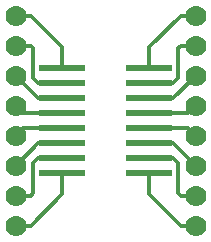
<source format=gbr>
G04 #@! TF.FileFunction,Copper,L1,Top,Signal*
%FSLAX46Y46*%
G04 Gerber Fmt 4.6, Leading zero omitted, Abs format (unit mm)*
G04 Created by KiCad (PCBNEW 4.0.7) date Mon Oct  9 23:37:59 2017*
%MOMM*%
%LPD*%
G01*
G04 APERTURE LIST*
%ADD10C,0.100000*%
%ADD11R,4.000000X0.600000*%
%ADD12C,1.778000*%
%ADD13C,0.304800*%
G04 APERTURE END LIST*
D10*
D11*
X144801100Y-104368600D03*
X144801100Y-105638600D03*
X144801100Y-106908600D03*
X144801100Y-103098600D03*
X152201100Y-104368600D03*
X152201100Y-105638600D03*
X152201100Y-106908600D03*
X152201100Y-103098600D03*
X144801100Y-101828600D03*
X144801100Y-108178600D03*
X152201100Y-108178600D03*
X152201100Y-101828600D03*
X152201100Y-100558600D03*
X152201100Y-109448600D03*
X144801100Y-100558600D03*
X144801100Y-109448600D03*
D12*
X140881100Y-96113600D03*
X140881100Y-98653600D03*
X140881100Y-101193600D03*
X140881100Y-103733600D03*
X140881100Y-106273600D03*
X140881100Y-108813600D03*
X140881100Y-111353600D03*
X140881100Y-113893600D03*
X156121100Y-96113600D03*
X156121100Y-98653600D03*
X156121100Y-101193600D03*
X156121100Y-103733600D03*
X156121100Y-106273600D03*
X156121100Y-108813600D03*
X156121100Y-111353600D03*
X156121100Y-113893600D03*
D13*
X144801100Y-100558600D02*
X144801100Y-98763600D01*
X144801100Y-98763600D02*
X142151100Y-96113600D01*
X142151100Y-96113600D02*
X140881100Y-96113600D01*
X144801100Y-101828600D02*
X142786100Y-101828600D01*
X142786100Y-101828600D02*
X142341600Y-101384100D01*
X142341600Y-101384100D02*
X142341600Y-98844100D01*
X142341600Y-98844100D02*
X142151100Y-98653600D01*
X142151100Y-98653600D02*
X140881100Y-98653600D01*
X144801100Y-103098600D02*
X142786100Y-103098600D01*
X142786100Y-103098600D02*
X140881100Y-101193600D01*
X144801100Y-104368600D02*
X141516100Y-104368600D01*
X141516100Y-104368600D02*
X140881100Y-103733600D01*
X144801100Y-106908600D02*
X142786100Y-106908600D01*
X142786100Y-106908600D02*
X140881100Y-108813600D01*
X144801100Y-108178600D02*
X142786100Y-108178600D01*
X142786100Y-108178600D02*
X142341600Y-108623100D01*
X142341600Y-108623100D02*
X142341600Y-111163100D01*
X142341600Y-111163100D02*
X142151100Y-111353600D01*
X142151100Y-111353600D02*
X140881100Y-111353600D01*
X144801100Y-109448600D02*
X144801100Y-111243600D01*
X144801100Y-111243600D02*
X142151100Y-113893600D01*
X142151100Y-113893600D02*
X140881100Y-113893600D01*
X152201100Y-100558600D02*
X152201100Y-98763600D01*
X152201100Y-98763600D02*
X154851100Y-96113600D01*
X154851100Y-96113600D02*
X156121100Y-96113600D01*
X152201100Y-101828600D02*
X154216100Y-101828600D01*
X154216100Y-101828600D02*
X154660600Y-101384100D01*
X154660600Y-101384100D02*
X154660600Y-98844100D01*
X154660600Y-98844100D02*
X154851100Y-98653600D01*
X154851100Y-98653600D02*
X156121100Y-98653600D01*
X152201100Y-103098600D02*
X154216100Y-103098600D01*
X154216100Y-103098600D02*
X156121100Y-101193600D01*
X152201100Y-104368600D02*
X155486100Y-104368600D01*
X155486100Y-104368600D02*
X156121100Y-103733600D01*
X152201100Y-105638600D02*
X155486100Y-105638600D01*
X155486100Y-105638600D02*
X156121100Y-106273600D01*
X152201100Y-106908600D02*
X154216100Y-106908600D01*
X154216100Y-106908600D02*
X156121100Y-108813600D01*
X152201100Y-108178600D02*
X154216100Y-108178600D01*
X154216100Y-108178600D02*
X154660600Y-108623100D01*
X154660600Y-108623100D02*
X154660600Y-111163100D01*
X154660600Y-111163100D02*
X154851100Y-111353600D01*
X154851100Y-111353600D02*
X156121100Y-111353600D01*
X152201100Y-109448600D02*
X152201100Y-111243600D01*
X152201100Y-111243600D02*
X154851100Y-113893600D01*
X154851100Y-113893600D02*
X156121100Y-113893600D01*
X144801100Y-105638600D02*
X141516100Y-105638600D01*
X141516100Y-105638600D02*
X140881100Y-106273600D01*
M02*

</source>
